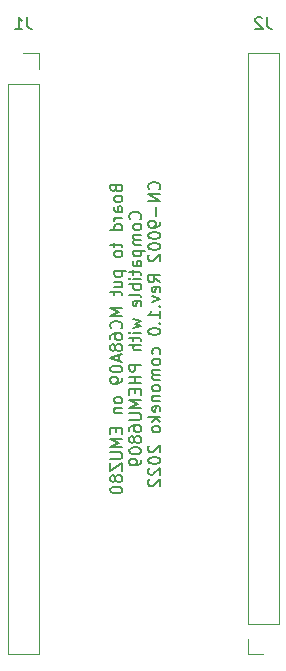
<source format=gbr>
%TF.GenerationSoftware,KiCad,Pcbnew,(6.0.0)*%
%TF.CreationDate,2022-06-05T20:03:01+09:00*%
%TF.ProjectId,phemu6809_emuz80_cnvpcb,7068656d-7536-4383-9039-5f656d757a38,rev?*%
%TF.SameCoordinates,Original*%
%TF.FileFunction,Legend,Bot*%
%TF.FilePolarity,Positive*%
%FSLAX46Y46*%
G04 Gerber Fmt 4.6, Leading zero omitted, Abs format (unit mm)*
G04 Created by KiCad (PCBNEW (6.0.0)) date 2022-06-05 20:03:01*
%MOMM*%
%LPD*%
G01*
G04 APERTURE LIST*
%ADD10C,0.150000*%
%ADD11C,0.120000*%
%ADD12R,1.700000X1.700000*%
%ADD13O,1.700000X1.700000*%
%ADD14C,1.600000*%
%ADD15C,1.400000*%
%ADD16O,1.400000X1.400000*%
%ADD17R,1.600000X1.600000*%
%ADD18O,1.600000X1.600000*%
G04 APERTURE END LIST*
D10*
X117063571Y-73645714D02*
X117111190Y-73788571D01*
X117158809Y-73836190D01*
X117254047Y-73883809D01*
X117396904Y-73883809D01*
X117492142Y-73836190D01*
X117539761Y-73788571D01*
X117587380Y-73693333D01*
X117587380Y-73312380D01*
X116587380Y-73312380D01*
X116587380Y-73645714D01*
X116635000Y-73740952D01*
X116682619Y-73788571D01*
X116777857Y-73836190D01*
X116873095Y-73836190D01*
X116968333Y-73788571D01*
X117015952Y-73740952D01*
X117063571Y-73645714D01*
X117063571Y-73312380D01*
X117587380Y-74455238D02*
X117539761Y-74360000D01*
X117492142Y-74312380D01*
X117396904Y-74264761D01*
X117111190Y-74264761D01*
X117015952Y-74312380D01*
X116968333Y-74360000D01*
X116920714Y-74455238D01*
X116920714Y-74598095D01*
X116968333Y-74693333D01*
X117015952Y-74740952D01*
X117111190Y-74788571D01*
X117396904Y-74788571D01*
X117492142Y-74740952D01*
X117539761Y-74693333D01*
X117587380Y-74598095D01*
X117587380Y-74455238D01*
X117587380Y-75645714D02*
X117063571Y-75645714D01*
X116968333Y-75598095D01*
X116920714Y-75502857D01*
X116920714Y-75312380D01*
X116968333Y-75217142D01*
X117539761Y-75645714D02*
X117587380Y-75550476D01*
X117587380Y-75312380D01*
X117539761Y-75217142D01*
X117444523Y-75169523D01*
X117349285Y-75169523D01*
X117254047Y-75217142D01*
X117206428Y-75312380D01*
X117206428Y-75550476D01*
X117158809Y-75645714D01*
X117587380Y-76121904D02*
X116920714Y-76121904D01*
X117111190Y-76121904D02*
X117015952Y-76169523D01*
X116968333Y-76217142D01*
X116920714Y-76312380D01*
X116920714Y-76407619D01*
X117587380Y-77169523D02*
X116587380Y-77169523D01*
X117539761Y-77169523D02*
X117587380Y-77074285D01*
X117587380Y-76883809D01*
X117539761Y-76788571D01*
X117492142Y-76740952D01*
X117396904Y-76693333D01*
X117111190Y-76693333D01*
X117015952Y-76740952D01*
X116968333Y-76788571D01*
X116920714Y-76883809D01*
X116920714Y-77074285D01*
X116968333Y-77169523D01*
X116920714Y-78264761D02*
X116920714Y-78645714D01*
X116587380Y-78407619D02*
X117444523Y-78407619D01*
X117539761Y-78455238D01*
X117587380Y-78550476D01*
X117587380Y-78645714D01*
X117587380Y-79121904D02*
X117539761Y-79026666D01*
X117492142Y-78979047D01*
X117396904Y-78931428D01*
X117111190Y-78931428D01*
X117015952Y-78979047D01*
X116968333Y-79026666D01*
X116920714Y-79121904D01*
X116920714Y-79264761D01*
X116968333Y-79359999D01*
X117015952Y-79407619D01*
X117111190Y-79455238D01*
X117396904Y-79455238D01*
X117492142Y-79407619D01*
X117539761Y-79359999D01*
X117587380Y-79264761D01*
X117587380Y-79121904D01*
X116920714Y-80645714D02*
X117920714Y-80645714D01*
X116968333Y-80645714D02*
X116920714Y-80740952D01*
X116920714Y-80931428D01*
X116968333Y-81026666D01*
X117015952Y-81074285D01*
X117111190Y-81121904D01*
X117396904Y-81121904D01*
X117492142Y-81074285D01*
X117539761Y-81026666D01*
X117587380Y-80931428D01*
X117587380Y-80740952D01*
X117539761Y-80645714D01*
X116920714Y-81979047D02*
X117587380Y-81979047D01*
X116920714Y-81550476D02*
X117444523Y-81550476D01*
X117539761Y-81598095D01*
X117587380Y-81693333D01*
X117587380Y-81836190D01*
X117539761Y-81931428D01*
X117492142Y-81979047D01*
X116920714Y-82312380D02*
X116920714Y-82693333D01*
X116587380Y-82455238D02*
X117444523Y-82455238D01*
X117539761Y-82502857D01*
X117587380Y-82598095D01*
X117587380Y-82693333D01*
X117587380Y-83788571D02*
X116587380Y-83788571D01*
X117301666Y-84121904D01*
X116587380Y-84455238D01*
X117587380Y-84455238D01*
X117492142Y-85502857D02*
X117539761Y-85455238D01*
X117587380Y-85312380D01*
X117587380Y-85217142D01*
X117539761Y-85074285D01*
X117444523Y-84979047D01*
X117349285Y-84931428D01*
X117158809Y-84883809D01*
X117015952Y-84883809D01*
X116825476Y-84931428D01*
X116730238Y-84979047D01*
X116635000Y-85074285D01*
X116587380Y-85217142D01*
X116587380Y-85312380D01*
X116635000Y-85455238D01*
X116682619Y-85502857D01*
X116587380Y-86359999D02*
X116587380Y-86169523D01*
X116635000Y-86074285D01*
X116682619Y-86026666D01*
X116825476Y-85931428D01*
X117015952Y-85883809D01*
X117396904Y-85883809D01*
X117492142Y-85931428D01*
X117539761Y-85979047D01*
X117587380Y-86074285D01*
X117587380Y-86264761D01*
X117539761Y-86359999D01*
X117492142Y-86407619D01*
X117396904Y-86455238D01*
X117158809Y-86455238D01*
X117063571Y-86407619D01*
X117015952Y-86359999D01*
X116968333Y-86264761D01*
X116968333Y-86074285D01*
X117015952Y-85979047D01*
X117063571Y-85931428D01*
X117158809Y-85883809D01*
X117015952Y-87026666D02*
X116968333Y-86931428D01*
X116920714Y-86883809D01*
X116825476Y-86836190D01*
X116777857Y-86836190D01*
X116682619Y-86883809D01*
X116635000Y-86931428D01*
X116587380Y-87026666D01*
X116587380Y-87217142D01*
X116635000Y-87312380D01*
X116682619Y-87359999D01*
X116777857Y-87407619D01*
X116825476Y-87407619D01*
X116920714Y-87359999D01*
X116968333Y-87312380D01*
X117015952Y-87217142D01*
X117015952Y-87026666D01*
X117063571Y-86931428D01*
X117111190Y-86883809D01*
X117206428Y-86836190D01*
X117396904Y-86836190D01*
X117492142Y-86883809D01*
X117539761Y-86931428D01*
X117587380Y-87026666D01*
X117587380Y-87217142D01*
X117539761Y-87312380D01*
X117492142Y-87359999D01*
X117396904Y-87407619D01*
X117206428Y-87407619D01*
X117111190Y-87359999D01*
X117063571Y-87312380D01*
X117015952Y-87217142D01*
X117301666Y-87788571D02*
X117301666Y-88264761D01*
X117587380Y-87693333D02*
X116587380Y-88026666D01*
X117587380Y-88359999D01*
X116587380Y-88883809D02*
X116587380Y-88979047D01*
X116635000Y-89074285D01*
X116682619Y-89121904D01*
X116777857Y-89169523D01*
X116968333Y-89217142D01*
X117206428Y-89217142D01*
X117396904Y-89169523D01*
X117492142Y-89121904D01*
X117539761Y-89074285D01*
X117587380Y-88979047D01*
X117587380Y-88883809D01*
X117539761Y-88788571D01*
X117492142Y-88740952D01*
X117396904Y-88693333D01*
X117206428Y-88645714D01*
X116968333Y-88645714D01*
X116777857Y-88693333D01*
X116682619Y-88740952D01*
X116635000Y-88788571D01*
X116587380Y-88883809D01*
X117587380Y-89693333D02*
X117587380Y-89883809D01*
X117539761Y-89979047D01*
X117492142Y-90026666D01*
X117349285Y-90121904D01*
X117158809Y-90169523D01*
X116777857Y-90169523D01*
X116682619Y-90121904D01*
X116635000Y-90074285D01*
X116587380Y-89979047D01*
X116587380Y-89788571D01*
X116635000Y-89693333D01*
X116682619Y-89645714D01*
X116777857Y-89598095D01*
X117015952Y-89598095D01*
X117111190Y-89645714D01*
X117158809Y-89693333D01*
X117206428Y-89788571D01*
X117206428Y-89979047D01*
X117158809Y-90074285D01*
X117111190Y-90121904D01*
X117015952Y-90169523D01*
X117587380Y-91502857D02*
X117539761Y-91407619D01*
X117492142Y-91359999D01*
X117396904Y-91312380D01*
X117111190Y-91312380D01*
X117015952Y-91359999D01*
X116968333Y-91407619D01*
X116920714Y-91502857D01*
X116920714Y-91645714D01*
X116968333Y-91740952D01*
X117015952Y-91788571D01*
X117111190Y-91836190D01*
X117396904Y-91836190D01*
X117492142Y-91788571D01*
X117539761Y-91740952D01*
X117587380Y-91645714D01*
X117587380Y-91502857D01*
X116920714Y-92264761D02*
X117587380Y-92264761D01*
X117015952Y-92264761D02*
X116968333Y-92312380D01*
X116920714Y-92407619D01*
X116920714Y-92550476D01*
X116968333Y-92645714D01*
X117063571Y-92693333D01*
X117587380Y-92693333D01*
X117063571Y-93931428D02*
X117063571Y-94264761D01*
X117587380Y-94407619D02*
X117587380Y-93931428D01*
X116587380Y-93931428D01*
X116587380Y-94407619D01*
X117587380Y-94836190D02*
X116587380Y-94836190D01*
X117301666Y-95169523D01*
X116587380Y-95502857D01*
X117587380Y-95502857D01*
X116587380Y-95979047D02*
X117396904Y-95979047D01*
X117492142Y-96026666D01*
X117539761Y-96074285D01*
X117587380Y-96169523D01*
X117587380Y-96359999D01*
X117539761Y-96455238D01*
X117492142Y-96502857D01*
X117396904Y-96550476D01*
X116587380Y-96550476D01*
X116587380Y-96931428D02*
X116587380Y-97598095D01*
X117587380Y-96931428D01*
X117587380Y-97598095D01*
X117015952Y-98121904D02*
X116968333Y-98026666D01*
X116920714Y-97979047D01*
X116825476Y-97931428D01*
X116777857Y-97931428D01*
X116682619Y-97979047D01*
X116635000Y-98026666D01*
X116587380Y-98121904D01*
X116587380Y-98312380D01*
X116635000Y-98407619D01*
X116682619Y-98455238D01*
X116777857Y-98502857D01*
X116825476Y-98502857D01*
X116920714Y-98455238D01*
X116968333Y-98407619D01*
X117015952Y-98312380D01*
X117015952Y-98121904D01*
X117063571Y-98026666D01*
X117111190Y-97979047D01*
X117206428Y-97931428D01*
X117396904Y-97931428D01*
X117492142Y-97979047D01*
X117539761Y-98026666D01*
X117587380Y-98121904D01*
X117587380Y-98312380D01*
X117539761Y-98407619D01*
X117492142Y-98455238D01*
X117396904Y-98502857D01*
X117206428Y-98502857D01*
X117111190Y-98455238D01*
X117063571Y-98407619D01*
X117015952Y-98312380D01*
X116587380Y-99121904D02*
X116587380Y-99217142D01*
X116635000Y-99312380D01*
X116682619Y-99359999D01*
X116777857Y-99407619D01*
X116968333Y-99455238D01*
X117206428Y-99455238D01*
X117396904Y-99407619D01*
X117492142Y-99359999D01*
X117539761Y-99312380D01*
X117587380Y-99217142D01*
X117587380Y-99121904D01*
X117539761Y-99026666D01*
X117492142Y-98979047D01*
X117396904Y-98931428D01*
X117206428Y-98883809D01*
X116968333Y-98883809D01*
X116777857Y-98931428D01*
X116682619Y-98979047D01*
X116635000Y-99026666D01*
X116587380Y-99121904D01*
X119102142Y-76240952D02*
X119149761Y-76193333D01*
X119197380Y-76050476D01*
X119197380Y-75955238D01*
X119149761Y-75812380D01*
X119054523Y-75717142D01*
X118959285Y-75669523D01*
X118768809Y-75621904D01*
X118625952Y-75621904D01*
X118435476Y-75669523D01*
X118340238Y-75717142D01*
X118245000Y-75812380D01*
X118197380Y-75955238D01*
X118197380Y-76050476D01*
X118245000Y-76193333D01*
X118292619Y-76240952D01*
X119197380Y-76812380D02*
X119149761Y-76717142D01*
X119102142Y-76669523D01*
X119006904Y-76621904D01*
X118721190Y-76621904D01*
X118625952Y-76669523D01*
X118578333Y-76717142D01*
X118530714Y-76812380D01*
X118530714Y-76955238D01*
X118578333Y-77050476D01*
X118625952Y-77098095D01*
X118721190Y-77145714D01*
X119006904Y-77145714D01*
X119102142Y-77098095D01*
X119149761Y-77050476D01*
X119197380Y-76955238D01*
X119197380Y-76812380D01*
X119197380Y-77574285D02*
X118530714Y-77574285D01*
X118625952Y-77574285D02*
X118578333Y-77621904D01*
X118530714Y-77717142D01*
X118530714Y-77860000D01*
X118578333Y-77955238D01*
X118673571Y-78002857D01*
X119197380Y-78002857D01*
X118673571Y-78002857D02*
X118578333Y-78050476D01*
X118530714Y-78145714D01*
X118530714Y-78288571D01*
X118578333Y-78383809D01*
X118673571Y-78431428D01*
X119197380Y-78431428D01*
X118530714Y-78907619D02*
X119530714Y-78907619D01*
X118578333Y-78907619D02*
X118530714Y-79002857D01*
X118530714Y-79193333D01*
X118578333Y-79288571D01*
X118625952Y-79336190D01*
X118721190Y-79383809D01*
X119006904Y-79383809D01*
X119102142Y-79336190D01*
X119149761Y-79288571D01*
X119197380Y-79193333D01*
X119197380Y-79002857D01*
X119149761Y-78907619D01*
X119197380Y-80240952D02*
X118673571Y-80240952D01*
X118578333Y-80193333D01*
X118530714Y-80098095D01*
X118530714Y-79907619D01*
X118578333Y-79812380D01*
X119149761Y-80240952D02*
X119197380Y-80145714D01*
X119197380Y-79907619D01*
X119149761Y-79812380D01*
X119054523Y-79764761D01*
X118959285Y-79764761D01*
X118864047Y-79812380D01*
X118816428Y-79907619D01*
X118816428Y-80145714D01*
X118768809Y-80240952D01*
X118530714Y-80574285D02*
X118530714Y-80955238D01*
X118197380Y-80717142D02*
X119054523Y-80717142D01*
X119149761Y-80764761D01*
X119197380Y-80860000D01*
X119197380Y-80955238D01*
X119197380Y-81288571D02*
X118530714Y-81288571D01*
X118197380Y-81288571D02*
X118245000Y-81240952D01*
X118292619Y-81288571D01*
X118245000Y-81336190D01*
X118197380Y-81288571D01*
X118292619Y-81288571D01*
X119197380Y-81764761D02*
X118197380Y-81764761D01*
X118578333Y-81764761D02*
X118530714Y-81860000D01*
X118530714Y-82050476D01*
X118578333Y-82145714D01*
X118625952Y-82193333D01*
X118721190Y-82240952D01*
X119006904Y-82240952D01*
X119102142Y-82193333D01*
X119149761Y-82145714D01*
X119197380Y-82050476D01*
X119197380Y-81860000D01*
X119149761Y-81764761D01*
X119197380Y-82812380D02*
X119149761Y-82717142D01*
X119054523Y-82669523D01*
X118197380Y-82669523D01*
X119149761Y-83574285D02*
X119197380Y-83479047D01*
X119197380Y-83288571D01*
X119149761Y-83193333D01*
X119054523Y-83145714D01*
X118673571Y-83145714D01*
X118578333Y-83193333D01*
X118530714Y-83288571D01*
X118530714Y-83479047D01*
X118578333Y-83574285D01*
X118673571Y-83621904D01*
X118768809Y-83621904D01*
X118864047Y-83145714D01*
X118530714Y-84717142D02*
X119197380Y-84907619D01*
X118721190Y-85098095D01*
X119197380Y-85288571D01*
X118530714Y-85479047D01*
X119197380Y-85860000D02*
X118530714Y-85860000D01*
X118197380Y-85860000D02*
X118245000Y-85812380D01*
X118292619Y-85860000D01*
X118245000Y-85907619D01*
X118197380Y-85860000D01*
X118292619Y-85860000D01*
X118530714Y-86193333D02*
X118530714Y-86574285D01*
X118197380Y-86336190D02*
X119054523Y-86336190D01*
X119149761Y-86383809D01*
X119197380Y-86479047D01*
X119197380Y-86574285D01*
X119197380Y-86907619D02*
X118197380Y-86907619D01*
X119197380Y-87336190D02*
X118673571Y-87336190D01*
X118578333Y-87288571D01*
X118530714Y-87193333D01*
X118530714Y-87050476D01*
X118578333Y-86955238D01*
X118625952Y-86907619D01*
X119197380Y-88574285D02*
X118197380Y-88574285D01*
X118197380Y-88955238D01*
X118245000Y-89050476D01*
X118292619Y-89098095D01*
X118387857Y-89145714D01*
X118530714Y-89145714D01*
X118625952Y-89098095D01*
X118673571Y-89050476D01*
X118721190Y-88955238D01*
X118721190Y-88574285D01*
X119197380Y-89574285D02*
X118197380Y-89574285D01*
X118673571Y-89574285D02*
X118673571Y-90145714D01*
X119197380Y-90145714D02*
X118197380Y-90145714D01*
X118673571Y-90621904D02*
X118673571Y-90955238D01*
X119197380Y-91098095D02*
X119197380Y-90621904D01*
X118197380Y-90621904D01*
X118197380Y-91098095D01*
X119197380Y-91526666D02*
X118197380Y-91526666D01*
X118911666Y-91860000D01*
X118197380Y-92193333D01*
X119197380Y-92193333D01*
X118197380Y-92669523D02*
X119006904Y-92669523D01*
X119102142Y-92717142D01*
X119149761Y-92764761D01*
X119197380Y-92859999D01*
X119197380Y-93050476D01*
X119149761Y-93145714D01*
X119102142Y-93193333D01*
X119006904Y-93240952D01*
X118197380Y-93240952D01*
X118197380Y-94145714D02*
X118197380Y-93955238D01*
X118245000Y-93859999D01*
X118292619Y-93812380D01*
X118435476Y-93717142D01*
X118625952Y-93669523D01*
X119006904Y-93669523D01*
X119102142Y-93717142D01*
X119149761Y-93764761D01*
X119197380Y-93859999D01*
X119197380Y-94050476D01*
X119149761Y-94145714D01*
X119102142Y-94193333D01*
X119006904Y-94240952D01*
X118768809Y-94240952D01*
X118673571Y-94193333D01*
X118625952Y-94145714D01*
X118578333Y-94050476D01*
X118578333Y-93859999D01*
X118625952Y-93764761D01*
X118673571Y-93717142D01*
X118768809Y-93669523D01*
X118625952Y-94812380D02*
X118578333Y-94717142D01*
X118530714Y-94669523D01*
X118435476Y-94621904D01*
X118387857Y-94621904D01*
X118292619Y-94669523D01*
X118245000Y-94717142D01*
X118197380Y-94812380D01*
X118197380Y-95002857D01*
X118245000Y-95098095D01*
X118292619Y-95145714D01*
X118387857Y-95193333D01*
X118435476Y-95193333D01*
X118530714Y-95145714D01*
X118578333Y-95098095D01*
X118625952Y-95002857D01*
X118625952Y-94812380D01*
X118673571Y-94717142D01*
X118721190Y-94669523D01*
X118816428Y-94621904D01*
X119006904Y-94621904D01*
X119102142Y-94669523D01*
X119149761Y-94717142D01*
X119197380Y-94812380D01*
X119197380Y-95002857D01*
X119149761Y-95098095D01*
X119102142Y-95145714D01*
X119006904Y-95193333D01*
X118816428Y-95193333D01*
X118721190Y-95145714D01*
X118673571Y-95098095D01*
X118625952Y-95002857D01*
X118197380Y-95812380D02*
X118197380Y-95907619D01*
X118245000Y-96002857D01*
X118292619Y-96050476D01*
X118387857Y-96098095D01*
X118578333Y-96145714D01*
X118816428Y-96145714D01*
X119006904Y-96098095D01*
X119102142Y-96050476D01*
X119149761Y-96002857D01*
X119197380Y-95907619D01*
X119197380Y-95812380D01*
X119149761Y-95717142D01*
X119102142Y-95669523D01*
X119006904Y-95621904D01*
X118816428Y-95574285D01*
X118578333Y-95574285D01*
X118387857Y-95621904D01*
X118292619Y-95669523D01*
X118245000Y-95717142D01*
X118197380Y-95812380D01*
X119197380Y-96621904D02*
X119197380Y-96812380D01*
X119149761Y-96907619D01*
X119102142Y-96955238D01*
X118959285Y-97050476D01*
X118768809Y-97098095D01*
X118387857Y-97098095D01*
X118292619Y-97050476D01*
X118245000Y-97002857D01*
X118197380Y-96907619D01*
X118197380Y-96717142D01*
X118245000Y-96621904D01*
X118292619Y-96574285D01*
X118387857Y-96526666D01*
X118625952Y-96526666D01*
X118721190Y-96574285D01*
X118768809Y-96621904D01*
X118816428Y-96717142D01*
X118816428Y-96907619D01*
X118768809Y-97002857D01*
X118721190Y-97050476D01*
X118625952Y-97098095D01*
X120712142Y-73717142D02*
X120759761Y-73669523D01*
X120807380Y-73526666D01*
X120807380Y-73431428D01*
X120759761Y-73288571D01*
X120664523Y-73193333D01*
X120569285Y-73145714D01*
X120378809Y-73098095D01*
X120235952Y-73098095D01*
X120045476Y-73145714D01*
X119950238Y-73193333D01*
X119855000Y-73288571D01*
X119807380Y-73431428D01*
X119807380Y-73526666D01*
X119855000Y-73669523D01*
X119902619Y-73717142D01*
X120807380Y-74145714D02*
X119807380Y-74145714D01*
X120807380Y-74717142D01*
X119807380Y-74717142D01*
X120426428Y-75193333D02*
X120426428Y-75955238D01*
X120807380Y-76479047D02*
X120807380Y-76669523D01*
X120759761Y-76764761D01*
X120712142Y-76812380D01*
X120569285Y-76907619D01*
X120378809Y-76955238D01*
X119997857Y-76955238D01*
X119902619Y-76907619D01*
X119855000Y-76860000D01*
X119807380Y-76764761D01*
X119807380Y-76574285D01*
X119855000Y-76479047D01*
X119902619Y-76431428D01*
X119997857Y-76383809D01*
X120235952Y-76383809D01*
X120331190Y-76431428D01*
X120378809Y-76479047D01*
X120426428Y-76574285D01*
X120426428Y-76764761D01*
X120378809Y-76860000D01*
X120331190Y-76907619D01*
X120235952Y-76955238D01*
X119807380Y-77574285D02*
X119807380Y-77669523D01*
X119855000Y-77764761D01*
X119902619Y-77812380D01*
X119997857Y-77860000D01*
X120188333Y-77907619D01*
X120426428Y-77907619D01*
X120616904Y-77860000D01*
X120712142Y-77812380D01*
X120759761Y-77764761D01*
X120807380Y-77669523D01*
X120807380Y-77574285D01*
X120759761Y-77479047D01*
X120712142Y-77431428D01*
X120616904Y-77383809D01*
X120426428Y-77336190D01*
X120188333Y-77336190D01*
X119997857Y-77383809D01*
X119902619Y-77431428D01*
X119855000Y-77479047D01*
X119807380Y-77574285D01*
X119807380Y-78526666D02*
X119807380Y-78621904D01*
X119855000Y-78717142D01*
X119902619Y-78764761D01*
X119997857Y-78812380D01*
X120188333Y-78860000D01*
X120426428Y-78860000D01*
X120616904Y-78812380D01*
X120712142Y-78764761D01*
X120759761Y-78717142D01*
X120807380Y-78621904D01*
X120807380Y-78526666D01*
X120759761Y-78431428D01*
X120712142Y-78383809D01*
X120616904Y-78336190D01*
X120426428Y-78288571D01*
X120188333Y-78288571D01*
X119997857Y-78336190D01*
X119902619Y-78383809D01*
X119855000Y-78431428D01*
X119807380Y-78526666D01*
X119902619Y-79240952D02*
X119855000Y-79288571D01*
X119807380Y-79383809D01*
X119807380Y-79621904D01*
X119855000Y-79717142D01*
X119902619Y-79764761D01*
X119997857Y-79812380D01*
X120093095Y-79812380D01*
X120235952Y-79764761D01*
X120807380Y-79193333D01*
X120807380Y-79812380D01*
X120807380Y-81574285D02*
X120331190Y-81240952D01*
X120807380Y-81002857D02*
X119807380Y-81002857D01*
X119807380Y-81383809D01*
X119855000Y-81479047D01*
X119902619Y-81526666D01*
X119997857Y-81574285D01*
X120140714Y-81574285D01*
X120235952Y-81526666D01*
X120283571Y-81479047D01*
X120331190Y-81383809D01*
X120331190Y-81002857D01*
X120759761Y-82383809D02*
X120807380Y-82288571D01*
X120807380Y-82098095D01*
X120759761Y-82002857D01*
X120664523Y-81955238D01*
X120283571Y-81955238D01*
X120188333Y-82002857D01*
X120140714Y-82098095D01*
X120140714Y-82288571D01*
X120188333Y-82383809D01*
X120283571Y-82431428D01*
X120378809Y-82431428D01*
X120474047Y-81955238D01*
X120140714Y-82764761D02*
X120807380Y-83002857D01*
X120140714Y-83240952D01*
X120712142Y-83621904D02*
X120759761Y-83669523D01*
X120807380Y-83621904D01*
X120759761Y-83574285D01*
X120712142Y-83621904D01*
X120807380Y-83621904D01*
X120807380Y-84621904D02*
X120807380Y-84050476D01*
X120807380Y-84336190D02*
X119807380Y-84336190D01*
X119950238Y-84240952D01*
X120045476Y-84145714D01*
X120093095Y-84050476D01*
X120712142Y-85050476D02*
X120759761Y-85098095D01*
X120807380Y-85050476D01*
X120759761Y-85002857D01*
X120712142Y-85050476D01*
X120807380Y-85050476D01*
X119807380Y-85717142D02*
X119807380Y-85812380D01*
X119855000Y-85907619D01*
X119902619Y-85955238D01*
X119997857Y-86002857D01*
X120188333Y-86050476D01*
X120426428Y-86050476D01*
X120616904Y-86002857D01*
X120712142Y-85955238D01*
X120759761Y-85907619D01*
X120807380Y-85812380D01*
X120807380Y-85717142D01*
X120759761Y-85621904D01*
X120712142Y-85574285D01*
X120616904Y-85526666D01*
X120426428Y-85479047D01*
X120188333Y-85479047D01*
X119997857Y-85526666D01*
X119902619Y-85574285D01*
X119855000Y-85621904D01*
X119807380Y-85717142D01*
X120759761Y-87669523D02*
X120807380Y-87574285D01*
X120807380Y-87383809D01*
X120759761Y-87288571D01*
X120712142Y-87240952D01*
X120616904Y-87193333D01*
X120331190Y-87193333D01*
X120235952Y-87240952D01*
X120188333Y-87288571D01*
X120140714Y-87383809D01*
X120140714Y-87574285D01*
X120188333Y-87669523D01*
X120807380Y-88240952D02*
X120759761Y-88145714D01*
X120712142Y-88098095D01*
X120616904Y-88050476D01*
X120331190Y-88050476D01*
X120235952Y-88098095D01*
X120188333Y-88145714D01*
X120140714Y-88240952D01*
X120140714Y-88383809D01*
X120188333Y-88479047D01*
X120235952Y-88526666D01*
X120331190Y-88574285D01*
X120616904Y-88574285D01*
X120712142Y-88526666D01*
X120759761Y-88479047D01*
X120807380Y-88383809D01*
X120807380Y-88240952D01*
X120807380Y-89002857D02*
X120140714Y-89002857D01*
X120235952Y-89002857D02*
X120188333Y-89050476D01*
X120140714Y-89145714D01*
X120140714Y-89288571D01*
X120188333Y-89383809D01*
X120283571Y-89431428D01*
X120807380Y-89431428D01*
X120283571Y-89431428D02*
X120188333Y-89479047D01*
X120140714Y-89574285D01*
X120140714Y-89717142D01*
X120188333Y-89812380D01*
X120283571Y-89859999D01*
X120807380Y-89859999D01*
X120807380Y-90479047D02*
X120759761Y-90383809D01*
X120712142Y-90336190D01*
X120616904Y-90288571D01*
X120331190Y-90288571D01*
X120235952Y-90336190D01*
X120188333Y-90383809D01*
X120140714Y-90479047D01*
X120140714Y-90621904D01*
X120188333Y-90717142D01*
X120235952Y-90764761D01*
X120331190Y-90812380D01*
X120616904Y-90812380D01*
X120712142Y-90764761D01*
X120759761Y-90717142D01*
X120807380Y-90621904D01*
X120807380Y-90479047D01*
X120140714Y-91240952D02*
X120807380Y-91240952D01*
X120235952Y-91240952D02*
X120188333Y-91288571D01*
X120140714Y-91383809D01*
X120140714Y-91526666D01*
X120188333Y-91621904D01*
X120283571Y-91669523D01*
X120807380Y-91669523D01*
X120759761Y-92526666D02*
X120807380Y-92431428D01*
X120807380Y-92240952D01*
X120759761Y-92145714D01*
X120664523Y-92098095D01*
X120283571Y-92098095D01*
X120188333Y-92145714D01*
X120140714Y-92240952D01*
X120140714Y-92431428D01*
X120188333Y-92526666D01*
X120283571Y-92574285D01*
X120378809Y-92574285D01*
X120474047Y-92098095D01*
X120807380Y-93002857D02*
X119807380Y-93002857D01*
X120426428Y-93098095D02*
X120807380Y-93383809D01*
X120140714Y-93383809D02*
X120521666Y-93002857D01*
X120807380Y-93955238D02*
X120759761Y-93859999D01*
X120712142Y-93812380D01*
X120616904Y-93764761D01*
X120331190Y-93764761D01*
X120235952Y-93812380D01*
X120188333Y-93859999D01*
X120140714Y-93955238D01*
X120140714Y-94098095D01*
X120188333Y-94193333D01*
X120235952Y-94240952D01*
X120331190Y-94288571D01*
X120616904Y-94288571D01*
X120712142Y-94240952D01*
X120759761Y-94193333D01*
X120807380Y-94098095D01*
X120807380Y-93955238D01*
X119902619Y-95431428D02*
X119855000Y-95479047D01*
X119807380Y-95574285D01*
X119807380Y-95812380D01*
X119855000Y-95907619D01*
X119902619Y-95955238D01*
X119997857Y-96002857D01*
X120093095Y-96002857D01*
X120235952Y-95955238D01*
X120807380Y-95383809D01*
X120807380Y-96002857D01*
X119807380Y-96621904D02*
X119807380Y-96717142D01*
X119855000Y-96812380D01*
X119902619Y-96859999D01*
X119997857Y-96907619D01*
X120188333Y-96955238D01*
X120426428Y-96955238D01*
X120616904Y-96907619D01*
X120712142Y-96859999D01*
X120759761Y-96812380D01*
X120807380Y-96717142D01*
X120807380Y-96621904D01*
X120759761Y-96526666D01*
X120712142Y-96479047D01*
X120616904Y-96431428D01*
X120426428Y-96383809D01*
X120188333Y-96383809D01*
X119997857Y-96431428D01*
X119902619Y-96479047D01*
X119855000Y-96526666D01*
X119807380Y-96621904D01*
X119902619Y-97336190D02*
X119855000Y-97383809D01*
X119807380Y-97479047D01*
X119807380Y-97717142D01*
X119855000Y-97812380D01*
X119902619Y-97859999D01*
X119997857Y-97907619D01*
X120093095Y-97907619D01*
X120235952Y-97859999D01*
X120807380Y-97288571D01*
X120807380Y-97907619D01*
X119902619Y-98288571D02*
X119855000Y-98336190D01*
X119807380Y-98431428D01*
X119807380Y-98669523D01*
X119855000Y-98764761D01*
X119902619Y-98812380D01*
X119997857Y-98859999D01*
X120093095Y-98859999D01*
X120235952Y-98812380D01*
X120807380Y-98240952D01*
X120807380Y-98859999D01*
%TO.C,J1*%
X109553333Y-59142380D02*
X109553333Y-59856666D01*
X109600952Y-59999523D01*
X109696190Y-60094761D01*
X109839047Y-60142380D01*
X109934285Y-60142380D01*
X108553333Y-60142380D02*
X109124761Y-60142380D01*
X108839047Y-60142380D02*
X108839047Y-59142380D01*
X108934285Y-59285238D01*
X109029523Y-59380476D01*
X109124761Y-59428095D01*
%TO.C,J2*%
X129873333Y-59142380D02*
X129873333Y-59856666D01*
X129920952Y-59999523D01*
X130016190Y-60094761D01*
X130159047Y-60142380D01*
X130254285Y-60142380D01*
X129444761Y-59237619D02*
X129397142Y-59190000D01*
X129301904Y-59142380D01*
X129063809Y-59142380D01*
X128968571Y-59190000D01*
X128920952Y-59237619D01*
X128873333Y-59332857D01*
X128873333Y-59428095D01*
X128920952Y-59570952D01*
X129492380Y-60142380D01*
X128873333Y-60142380D01*
D11*
%TO.C,J1*%
X110550000Y-64770000D02*
X110550000Y-113090000D01*
X110550000Y-113090000D02*
X107890000Y-113090000D01*
X110550000Y-64770000D02*
X107890000Y-64770000D01*
X110550000Y-62170000D02*
X109220000Y-62170000D01*
X110550000Y-63500000D02*
X110550000Y-62170000D01*
X107890000Y-64770000D02*
X107890000Y-113090000D01*
%TO.C,J2*%
X128210000Y-111760000D02*
X128210000Y-113090000D01*
X128210000Y-62170000D02*
X130870000Y-62170000D01*
X128210000Y-110490000D02*
X128210000Y-62170000D01*
X130870000Y-110490000D02*
X130870000Y-62170000D01*
X128210000Y-113090000D02*
X129540000Y-113090000D01*
X128210000Y-110490000D02*
X130870000Y-110490000D01*
%TD*%
%LPC*%
D12*
%TO.C,J3*%
X126365000Y-57150000D03*
D13*
X123825000Y-57150000D03*
%TD*%
D14*
%TO.C,C1*%
X121285000Y-114300000D03*
X126285000Y-114300000D03*
%TD*%
D15*
%TO.C,R1*%
X116840000Y-114300000D03*
D16*
X111760000Y-114300000D03*
%TD*%
D17*
%TO.C,U1*%
X127000000Y-110490000D03*
D18*
X127000000Y-107950000D03*
X127000000Y-105410000D03*
X127000000Y-102870000D03*
X127000000Y-100330000D03*
X127000000Y-97790000D03*
X127000000Y-95250000D03*
X127000000Y-92710000D03*
X127000000Y-90170000D03*
X127000000Y-87630000D03*
X127000000Y-85090000D03*
X127000000Y-82550000D03*
X127000000Y-80010000D03*
X127000000Y-77470000D03*
X127000000Y-74930000D03*
X127000000Y-72390000D03*
X127000000Y-69850000D03*
X127000000Y-67310000D03*
X127000000Y-64770000D03*
X127000000Y-62230000D03*
X111760000Y-62230000D03*
X111760000Y-64770000D03*
X111760000Y-67310000D03*
X111760000Y-69850000D03*
X111760000Y-72390000D03*
X111760000Y-74930000D03*
X111760000Y-77470000D03*
X111760000Y-80010000D03*
X111760000Y-82550000D03*
X111760000Y-85090000D03*
X111760000Y-87630000D03*
X111760000Y-90170000D03*
X111760000Y-92710000D03*
X111760000Y-95250000D03*
X111760000Y-97790000D03*
X111760000Y-100330000D03*
X111760000Y-102870000D03*
X111760000Y-105410000D03*
X111760000Y-107950000D03*
X111760000Y-110490000D03*
%TD*%
D12*
%TO.C,J4*%
X114935000Y-57150000D03*
D13*
X112395000Y-57150000D03*
%TD*%
D12*
%TO.C,J1*%
X109220000Y-63500000D03*
D13*
X109220000Y-66040000D03*
X109220000Y-68580000D03*
X109220000Y-71120000D03*
X109220000Y-73660000D03*
X109220000Y-76200000D03*
X109220000Y-78740000D03*
X109220000Y-81280000D03*
X109220000Y-83820000D03*
X109220000Y-86360000D03*
X109220000Y-88900000D03*
X109220000Y-91440000D03*
X109220000Y-93980000D03*
X109220000Y-96520000D03*
X109220000Y-99060000D03*
X109220000Y-101600000D03*
X109220000Y-104140000D03*
X109220000Y-106680000D03*
X109220000Y-109220000D03*
X109220000Y-111760000D03*
%TD*%
D12*
%TO.C,J2*%
X129540000Y-111760000D03*
D13*
X129540000Y-109220000D03*
X129540000Y-106680000D03*
X129540000Y-104140000D03*
X129540000Y-101600000D03*
X129540000Y-99060000D03*
X129540000Y-96520000D03*
X129540000Y-93980000D03*
X129540000Y-91440000D03*
X129540000Y-88900000D03*
X129540000Y-86360000D03*
X129540000Y-83820000D03*
X129540000Y-81280000D03*
X129540000Y-78740000D03*
X129540000Y-76200000D03*
X129540000Y-73660000D03*
X129540000Y-71120000D03*
X129540000Y-68580000D03*
X129540000Y-66040000D03*
X129540000Y-63500000D03*
%TD*%
M02*

</source>
